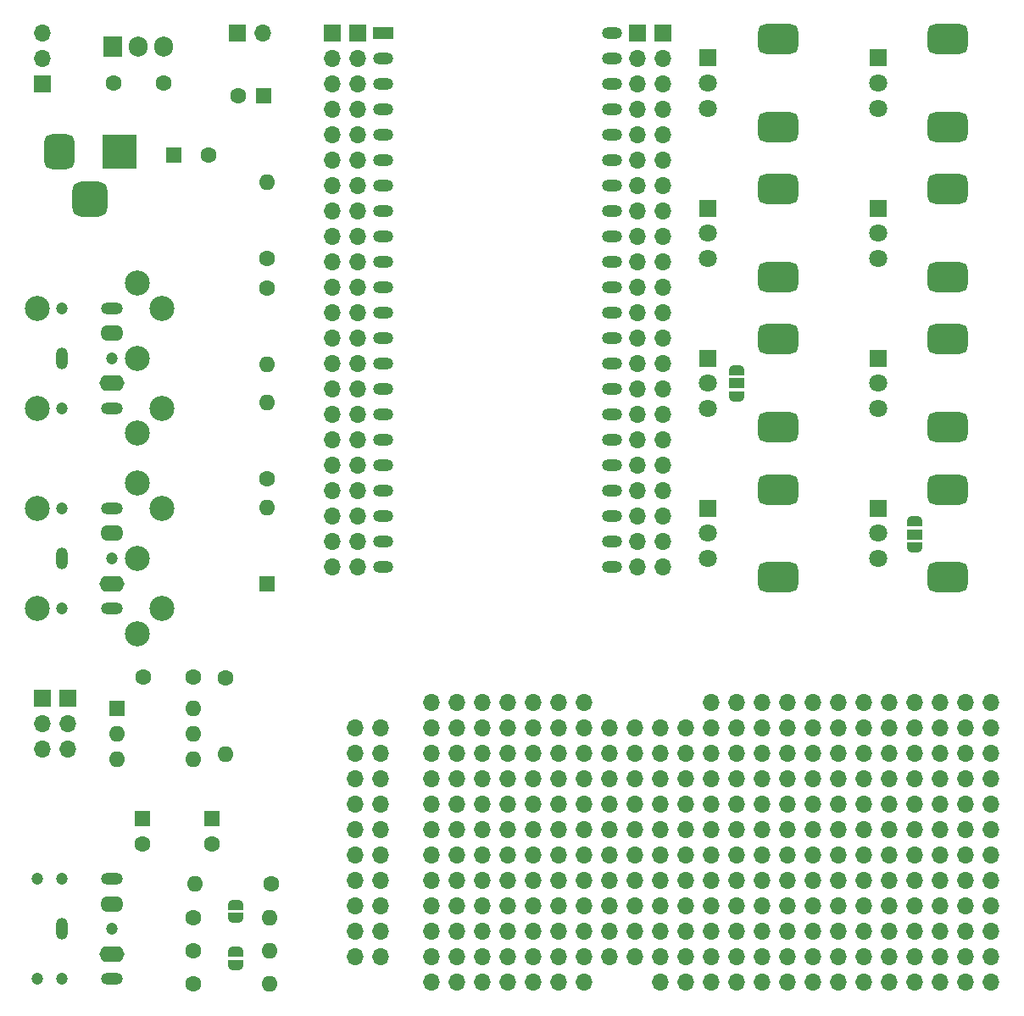
<source format=gbr>
%TF.GenerationSoftware,KiCad,Pcbnew,8.0.7*%
%TF.CreationDate,2025-05-14T18:58:00+01:00*%
%TF.ProjectId,ESP32-S3-Experimenter,45535033-322d-4533-932d-457870657269,rev?*%
%TF.SameCoordinates,Original*%
%TF.FileFunction,Soldermask,Bot*%
%TF.FilePolarity,Negative*%
%FSLAX46Y46*%
G04 Gerber Fmt 4.6, Leading zero omitted, Abs format (unit mm)*
G04 Created by KiCad (PCBNEW 8.0.7) date 2025-05-14 18:58:00*
%MOMM*%
%LPD*%
G01*
G04 APERTURE LIST*
G04 Aperture macros list*
%AMRoundRect*
0 Rectangle with rounded corners*
0 $1 Rounding radius*
0 $2 $3 $4 $5 $6 $7 $8 $9 X,Y pos of 4 corners*
0 Add a 4 corners polygon primitive as box body*
4,1,4,$2,$3,$4,$5,$6,$7,$8,$9,$2,$3,0*
0 Add four circle primitives for the rounded corners*
1,1,$1+$1,$2,$3*
1,1,$1+$1,$4,$5*
1,1,$1+$1,$6,$7*
1,1,$1+$1,$8,$9*
0 Add four rect primitives between the rounded corners*
20,1,$1+$1,$2,$3,$4,$5,0*
20,1,$1+$1,$4,$5,$6,$7,0*
20,1,$1+$1,$6,$7,$8,$9,0*
20,1,$1+$1,$8,$9,$2,$3,0*%
%AMFreePoly0*
4,1,19,0.550000,-0.750000,0.000000,-0.750000,0.000000,-0.744911,-0.071157,-0.744911,-0.207708,-0.704816,-0.327430,-0.627875,-0.420627,-0.520320,-0.479746,-0.390866,-0.500000,-0.250000,-0.500000,0.250000,-0.479746,0.390866,-0.420627,0.520320,-0.327430,0.627875,-0.207708,0.704816,-0.071157,0.744911,0.000000,0.744911,0.000000,0.750000,0.550000,0.750000,0.550000,-0.750000,0.550000,-0.750000,
$1*%
%AMFreePoly1*
4,1,19,0.000000,0.744911,0.071157,0.744911,0.207708,0.704816,0.327430,0.627875,0.420627,0.520320,0.479746,0.390866,0.500000,0.250000,0.500000,-0.250000,0.479746,-0.390866,0.420627,-0.520320,0.327430,-0.627875,0.207708,-0.704816,0.071157,-0.744911,0.000000,-0.744911,0.000000,-0.750000,-0.550000,-0.750000,-0.550000,0.750000,0.000000,0.750000,0.000000,0.744911,0.000000,0.744911,
$1*%
%AMFreePoly2*
4,1,19,0.500000,-0.750000,0.000000,-0.750000,0.000000,-0.744911,-0.071157,-0.744911,-0.207708,-0.704816,-0.327430,-0.627875,-0.420627,-0.520320,-0.479746,-0.390866,-0.500000,-0.250000,-0.500000,0.250000,-0.479746,0.390866,-0.420627,0.520320,-0.327430,0.627875,-0.207708,0.704816,-0.071157,0.744911,0.000000,0.744911,0.000000,0.750000,0.500000,0.750000,0.500000,-0.750000,0.500000,-0.750000,
$1*%
%AMFreePoly3*
4,1,19,0.000000,0.744911,0.071157,0.744911,0.207708,0.704816,0.327430,0.627875,0.420627,0.520320,0.479746,0.390866,0.500000,0.250000,0.500000,-0.250000,0.479746,-0.390866,0.420627,-0.520320,0.327430,-0.627875,0.207708,-0.704816,0.071157,-0.744911,0.000000,-0.744911,0.000000,-0.750000,-0.500000,-0.750000,-0.500000,0.750000,0.000000,0.750000,0.000000,0.744911,0.000000,0.744911,
$1*%
G04 Aperture macros list end*
%ADD10O,1.700000X1.700000*%
%ADD11R,1.700000X1.700000*%
%ADD12C,1.600000*%
%ADD13O,1.600000X1.600000*%
%ADD14R,2.000000X1.200000*%
%ADD15O,2.000000X1.200000*%
%ADD16R,1.600000X1.600000*%
%ADD17R,1.800000X1.800000*%
%ADD18C,1.800000*%
%ADD19RoundRect,0.750000X-1.250000X-0.750000X1.250000X-0.750000X1.250000X0.750000X-1.250000X0.750000X0*%
%ADD20C,2.499360*%
%ADD21C,1.200000*%
%ADD22O,1.200000X2.200000*%
%ADD23O,2.200000X1.200000*%
%ADD24O,2.300000X1.600000*%
%ADD25O,2.500000X1.600000*%
%ADD26R,1.905000X2.000000*%
%ADD27O,1.905000X2.000000*%
%ADD28R,3.500000X3.500000*%
%ADD29RoundRect,0.750000X-0.750000X-1.000000X0.750000X-1.000000X0.750000X1.000000X-0.750000X1.000000X0*%
%ADD30RoundRect,0.875000X-0.875000X-0.875000X0.875000X-0.875000X0.875000X0.875000X-0.875000X0.875000X0*%
%ADD31FreePoly0,270.000000*%
%ADD32R,1.500000X1.000000*%
%ADD33FreePoly1,270.000000*%
%ADD34FreePoly2,90.000000*%
%ADD35FreePoly3,90.000000*%
%ADD36FreePoly0,90.000000*%
%ADD37FreePoly1,90.000000*%
%ADD38FreePoly2,270.000000*%
%ADD39FreePoly3,270.000000*%
G04 APERTURE END LIST*
D10*
%TO.C,*%
X99060000Y-137160000D03*
%TD*%
%TO.C,*%
X134620000Y-134620000D03*
%TD*%
%TO.C,*%
X99060000Y-127000000D03*
%TD*%
%TO.C,*%
X139700000Y-121920000D03*
%TD*%
%TO.C,*%
X132080000Y-134620000D03*
%TD*%
%TO.C,*%
X137160000Y-147320000D03*
%TD*%
%TO.C,*%
X114300000Y-147320000D03*
%TD*%
%TO.C,*%
X104140000Y-144780000D03*
%TD*%
%TO.C,*%
X134620000Y-144780000D03*
%TD*%
%TO.C,*%
X93980000Y-139700000D03*
%TD*%
%TO.C,*%
X96520000Y-124460000D03*
%TD*%
%TO.C,*%
X127000000Y-144780000D03*
%TD*%
%TO.C,*%
X144780000Y-147320000D03*
%TD*%
%TO.C,*%
X132080000Y-129540000D03*
%TD*%
%TO.C,*%
X104140000Y-142240000D03*
%TD*%
D11*
%TO.C,J12*%
X84000000Y-52540000D03*
D10*
X84000000Y-55080000D03*
X84000000Y-57620000D03*
X84000000Y-60160000D03*
X84000000Y-62700000D03*
X84000000Y-65240000D03*
X84000000Y-67780000D03*
X84000000Y-70320000D03*
X84000000Y-72860000D03*
X84000000Y-75400000D03*
X84000000Y-77940000D03*
X84000000Y-80480000D03*
X84000000Y-83020000D03*
X84000000Y-85560000D03*
X84000000Y-88100000D03*
X84000000Y-90640000D03*
X84000000Y-93180000D03*
X84000000Y-95720000D03*
X84000000Y-98260000D03*
X84000000Y-100800000D03*
X84000000Y-103340000D03*
X84000000Y-105880000D03*
%TD*%
%TO.C,*%
X116840000Y-127000000D03*
%TD*%
%TO.C,*%
X121920000Y-144780000D03*
%TD*%
%TO.C,*%
X96520000Y-134620000D03*
%TD*%
D11*
%TO.C,J8*%
X52540000Y-119000000D03*
D10*
X52540000Y-121540000D03*
X52540000Y-124080000D03*
%TD*%
%TO.C,*%
X104140000Y-124460000D03*
%TD*%
%TO.C,*%
X114300000Y-142240000D03*
%TD*%
%TO.C,*%
X101600000Y-124460000D03*
%TD*%
D12*
%TO.C,R6*%
X75375000Y-137475000D03*
D13*
X67755000Y-137475000D03*
%TD*%
D12*
%TO.C,C8*%
X64675000Y-57475000D03*
X59675000Y-57475000D03*
%TD*%
D11*
%TO.C,SW2*%
X52540000Y-57620000D03*
D10*
X52540000Y-55080000D03*
X52540000Y-52540000D03*
%TD*%
%TO.C,*%
X144780000Y-121920000D03*
%TD*%
%TO.C,*%
X106680000Y-142240000D03*
%TD*%
%TO.C,*%
X142240000Y-132080000D03*
%TD*%
%TO.C,*%
X101600000Y-144780000D03*
%TD*%
D12*
%TO.C,R4*%
X75000000Y-75000000D03*
D13*
X75000000Y-67380000D03*
%TD*%
D10*
%TO.C,*%
X137160000Y-132080000D03*
%TD*%
D11*
%TO.C,J7*%
X55080000Y-119000000D03*
D10*
X55080000Y-121540000D03*
X55080000Y-124080000D03*
%TD*%
%TO.C,*%
X139700000Y-137160000D03*
%TD*%
D14*
%TO.C,U1*%
X86540000Y-52540000D03*
D15*
X86540000Y-55080000D03*
X86540000Y-57620000D03*
X86540000Y-60160000D03*
X86540000Y-62700000D03*
X86540000Y-65240000D03*
X86540000Y-67780000D03*
X86540000Y-70320000D03*
X86540000Y-72860000D03*
X86540000Y-75400000D03*
X86540000Y-77940000D03*
X86540000Y-80480000D03*
X86540000Y-83020000D03*
X86540000Y-85560000D03*
X86540000Y-88100000D03*
X86540000Y-90640000D03*
X86540000Y-93180000D03*
X86540000Y-95720000D03*
X86540000Y-98260000D03*
X86536320Y-100797280D03*
X86536320Y-103337280D03*
X86536320Y-105877280D03*
X109400000Y-105880000D03*
X109400000Y-103340000D03*
X109400000Y-100800000D03*
X109400000Y-98260000D03*
X109400000Y-95720000D03*
X109400000Y-93180000D03*
X109400000Y-90640000D03*
X109400000Y-88100000D03*
X109400000Y-85560000D03*
X109400000Y-83020000D03*
X109400000Y-80480000D03*
X109400000Y-77940000D03*
X109400000Y-75400000D03*
X109400000Y-72860000D03*
X109400000Y-70320000D03*
X109400000Y-67780000D03*
X109400000Y-65240000D03*
X109400000Y-62700000D03*
X109400000Y-60160000D03*
X109400000Y-57620000D03*
X109400000Y-55080000D03*
X109400000Y-52540000D03*
%TD*%
D10*
%TO.C,*%
X124460000Y-144780000D03*
%TD*%
%TO.C,*%
X121920000Y-137160000D03*
%TD*%
%TO.C,*%
X106680000Y-132080000D03*
%TD*%
D16*
%TO.C,U2*%
X60000000Y-120000000D03*
D13*
X60000000Y-122540000D03*
X60000000Y-125080000D03*
X67620000Y-125080000D03*
X67620000Y-122540000D03*
X67620000Y-120000000D03*
%TD*%
D10*
%TO.C,*%
X101600000Y-142240000D03*
%TD*%
%TO.C,*%
X106680000Y-127000000D03*
%TD*%
%TO.C,*%
X124460000Y-129540000D03*
%TD*%
D17*
%TO.C,RV3*%
X119000000Y-85000000D03*
D18*
X119000000Y-87500000D03*
X119000000Y-90000000D03*
D19*
X126000000Y-83100000D03*
X126000000Y-91900000D03*
%TD*%
D10*
%TO.C,*%
X101600000Y-134620000D03*
%TD*%
%TO.C,*%
X127000000Y-139700000D03*
%TD*%
%TO.C,*%
X109220000Y-139700000D03*
%TD*%
D11*
%TO.C,J13*%
X81460000Y-52540000D03*
D10*
X81460000Y-55080000D03*
X81460000Y-57620000D03*
X81460000Y-60160000D03*
X81460000Y-62700000D03*
X81460000Y-65240000D03*
X81460000Y-67780000D03*
X81460000Y-70320000D03*
X81460000Y-72860000D03*
X81460000Y-75400000D03*
X81460000Y-77940000D03*
X81460000Y-80480000D03*
X81460000Y-83020000D03*
X81460000Y-85560000D03*
X81460000Y-88100000D03*
X81460000Y-90640000D03*
X81460000Y-93180000D03*
X81460000Y-95720000D03*
X81460000Y-98260000D03*
X81460000Y-100800000D03*
X81460000Y-103340000D03*
X81460000Y-105880000D03*
%TD*%
%TO.C,*%
X114300000Y-127000000D03*
%TD*%
%TO.C,*%
X127000000Y-127000000D03*
%TD*%
%TO.C,*%
X104140000Y-129540000D03*
%TD*%
%TO.C,*%
X124460000Y-121920000D03*
%TD*%
%TO.C,*%
X132080000Y-121920000D03*
%TD*%
%TO.C,*%
X99060000Y-132080000D03*
%TD*%
%TO.C,*%
X104140000Y-121920000D03*
%TD*%
%TO.C,*%
X93980000Y-124460000D03*
%TD*%
D20*
%TO.C,J3*%
X51992300Y-99998740D03*
D21*
X54500000Y-100000000D03*
X59500000Y-105000000D03*
X54500000Y-110000000D03*
D20*
X51992300Y-110001260D03*
X61987200Y-112498080D03*
X61989740Y-105000000D03*
D22*
X54500000Y-105000000D03*
D20*
X61987200Y-97501920D03*
D23*
X59500000Y-100000000D03*
D20*
X64489100Y-109996180D03*
X64489100Y-100003820D03*
D23*
X59500000Y-110000000D03*
D24*
X59500000Y-102500000D03*
D25*
X59500000Y-107500000D03*
%TD*%
D10*
%TO.C,*%
X93980000Y-142240000D03*
%TD*%
%TO.C,*%
X93980000Y-134620000D03*
%TD*%
%TO.C,*%
X99060000Y-139700000D03*
%TD*%
%TO.C,*%
X121920000Y-127000000D03*
%TD*%
D12*
%TO.C,R8*%
X70825000Y-116900000D03*
D13*
X70825000Y-124520000D03*
%TD*%
D10*
%TO.C,*%
X147320000Y-132080000D03*
%TD*%
%TO.C,*%
X124460000Y-124460000D03*
%TD*%
%TO.C,*%
X137160000Y-134620000D03*
%TD*%
D12*
%TO.C,R1*%
X75000000Y-97000000D03*
D13*
X75000000Y-89380000D03*
%TD*%
D10*
%TO.C,*%
X142240000Y-144780000D03*
%TD*%
D16*
%TO.C,C7*%
X74600000Y-58800000D03*
D12*
X72100000Y-58800000D03*
%TD*%
D10*
%TO.C,*%
X137160000Y-127000000D03*
%TD*%
%TO.C,*%
X119380000Y-134620000D03*
%TD*%
%TO.C,*%
X144780000Y-124460000D03*
%TD*%
%TO.C,*%
X134620000Y-121920000D03*
%TD*%
%TO.C,*%
X101600000Y-129540000D03*
%TD*%
%TO.C,*%
X144780000Y-132080000D03*
%TD*%
%TO.C,*%
X101600000Y-127000000D03*
%TD*%
%TO.C,*%
X129540000Y-137160000D03*
%TD*%
%TO.C,*%
X111760000Y-139700000D03*
%TD*%
%TO.C,*%
X93980000Y-137160000D03*
%TD*%
%TO.C,*%
X129540000Y-124460000D03*
%TD*%
%TO.C,*%
X116840000Y-137160000D03*
%TD*%
%TO.C,*%
X93980000Y-121920000D03*
%TD*%
%TO.C,*%
X114300000Y-132080000D03*
%TD*%
%TO.C,*%
X144780000Y-139700000D03*
%TD*%
%TO.C,*%
X93980000Y-144780000D03*
%TD*%
%TO.C,*%
X121920000Y-124460000D03*
%TD*%
%TO.C,*%
X93980000Y-127000000D03*
%TD*%
D16*
%TO.C,C2*%
X69500000Y-131000000D03*
D12*
X69500000Y-133500000D03*
%TD*%
D10*
%TO.C,*%
X111760000Y-142240000D03*
%TD*%
%TO.C,*%
X91440000Y-137160000D03*
%TD*%
%TO.C,*%
X147320000Y-124460000D03*
%TD*%
%TO.C,*%
X137160000Y-121920000D03*
%TD*%
%TO.C,*%
X96520000Y-121920000D03*
%TD*%
%TO.C,*%
X139700000Y-129540000D03*
%TD*%
%TO.C,*%
X106680000Y-137160000D03*
%TD*%
%TO.C,*%
X132080000Y-137160000D03*
%TD*%
%TO.C,*%
X139700000Y-147320000D03*
%TD*%
%TO.C,*%
X121920000Y-139700000D03*
%TD*%
%TO.C,*%
X119380000Y-121920000D03*
%TD*%
D12*
%TO.C,C5*%
X67625000Y-116875000D03*
X62625000Y-116875000D03*
%TD*%
D10*
%TO.C,*%
X104140000Y-127000000D03*
%TD*%
%TO.C,*%
X114300000Y-139700000D03*
%TD*%
D11*
%TO.C,J15*%
X114480000Y-52540000D03*
D10*
X114480000Y-55080000D03*
X114480000Y-57620000D03*
X114480000Y-60160000D03*
X114480000Y-62700000D03*
X114480000Y-65240000D03*
X114480000Y-67780000D03*
X114480000Y-70320000D03*
X114480000Y-72860000D03*
X114480000Y-75400000D03*
X114480000Y-77940000D03*
X114480000Y-80480000D03*
X114480000Y-83020000D03*
X114480000Y-85560000D03*
X114480000Y-88100000D03*
X114480000Y-90640000D03*
X114480000Y-93180000D03*
X114480000Y-95720000D03*
X114480000Y-98260000D03*
X114480000Y-100800000D03*
X114480000Y-103340000D03*
X114480000Y-105880000D03*
%TD*%
D16*
%TO.C,C3*%
X62500000Y-131000000D03*
D12*
X62500000Y-133500000D03*
%TD*%
D10*
%TO.C,*%
X121920000Y-129540000D03*
%TD*%
%TO.C,*%
X109220000Y-121920000D03*
%TD*%
%TO.C,*%
X147320000Y-129540000D03*
%TD*%
%TO.C,*%
X116840000Y-132080000D03*
%TD*%
D17*
%TO.C,RV8*%
X136000000Y-100000000D03*
D18*
X136000000Y-102500000D03*
X136000000Y-105000000D03*
D19*
X143000000Y-98100000D03*
X143000000Y-106900000D03*
%TD*%
D10*
%TO.C,*%
X147320000Y-134620000D03*
%TD*%
%TO.C,*%
X137160000Y-139700000D03*
%TD*%
%TO.C,*%
X139700000Y-139700000D03*
%TD*%
%TO.C,*%
X144780000Y-142240000D03*
%TD*%
%TO.C,*%
X134620000Y-139700000D03*
%TD*%
D12*
%TO.C,R7*%
X67600000Y-147500000D03*
D13*
X75220000Y-147500000D03*
%TD*%
D10*
%TO.C,*%
X106680000Y-124460000D03*
%TD*%
%TO.C,J16*%
X83820000Y-144780000D03*
X83820000Y-142240000D03*
X83820000Y-139700000D03*
X83820000Y-137160000D03*
X83820000Y-134620000D03*
X83820000Y-132080000D03*
X83820000Y-129540000D03*
X83820000Y-127000000D03*
X83820000Y-124460000D03*
X83820000Y-121920000D03*
%TD*%
D17*
%TO.C,RV5*%
X136000000Y-55000000D03*
D18*
X136000000Y-57500000D03*
X136000000Y-60000000D03*
D19*
X143000000Y-53100000D03*
X143000000Y-61900000D03*
%TD*%
D10*
%TO.C,*%
X119380000Y-142240000D03*
%TD*%
D11*
%TO.C,J2*%
X72000000Y-52540000D03*
D10*
X74540000Y-52540000D03*
%TD*%
%TO.C,*%
X147320000Y-142240000D03*
%TD*%
%TO.C,*%
X99060000Y-129540000D03*
%TD*%
D17*
%TO.C,RV4*%
X119000000Y-100000000D03*
D18*
X119000000Y-102500000D03*
X119000000Y-105000000D03*
D19*
X126000000Y-98100000D03*
X126000000Y-106900000D03*
%TD*%
D10*
%TO.C,*%
X147320000Y-139700000D03*
%TD*%
%TO.C,*%
X139700000Y-132080000D03*
%TD*%
%TO.C,*%
X137160000Y-144780000D03*
%TD*%
D12*
%TO.C,R5*%
X75000000Y-78000000D03*
D13*
X75000000Y-85620000D03*
%TD*%
D12*
%TO.C,R2*%
X67625000Y-140875000D03*
D13*
X75245000Y-140875000D03*
%TD*%
D10*
%TO.C,*%
X106680000Y-134620000D03*
%TD*%
%TO.C,*%
X99060000Y-121920000D03*
%TD*%
%TO.C,*%
X134620000Y-127000000D03*
%TD*%
%TO.C,*%
X147320000Y-121920000D03*
%TD*%
%TO.C,*%
X147320000Y-127000000D03*
%TD*%
%TO.C,*%
X124460000Y-147320000D03*
%TD*%
%TO.C,*%
X121920000Y-142240000D03*
%TD*%
%TO.C,*%
X142240000Y-137160000D03*
%TD*%
%TO.C,*%
X124460000Y-134620000D03*
%TD*%
%TO.C,*%
X91440000Y-142240000D03*
%TD*%
%TO.C,*%
X132080000Y-147320000D03*
%TD*%
%TO.C,*%
X139700000Y-142240000D03*
%TD*%
%TO.C,*%
X132080000Y-142240000D03*
%TD*%
%TO.C,*%
X116840000Y-121920000D03*
%TD*%
%TO.C,*%
X119380000Y-137160000D03*
%TD*%
%TO.C,*%
X101600000Y-121920000D03*
%TD*%
%TO.C,*%
X129540000Y-142240000D03*
%TD*%
%TO.C,*%
X109220000Y-127000000D03*
%TD*%
%TO.C,*%
X129540000Y-129540000D03*
%TD*%
%TO.C,*%
X134620000Y-124460000D03*
%TD*%
D16*
%TO.C,C6*%
X65650000Y-64690000D03*
D12*
X69150000Y-64690000D03*
%TD*%
D10*
%TO.C,*%
X106680000Y-121920000D03*
%TD*%
%TO.C,*%
X91440000Y-121920000D03*
%TD*%
%TO.C,*%
X96520000Y-129540000D03*
%TD*%
%TO.C,*%
X137160000Y-124460000D03*
%TD*%
%TO.C,*%
X144780000Y-137160000D03*
%TD*%
%TO.C,*%
X101600000Y-137160000D03*
%TD*%
%TO.C,*%
X139700000Y-144780000D03*
%TD*%
%TO.C,*%
X101600000Y-132080000D03*
%TD*%
%TO.C,*%
X132080000Y-139700000D03*
%TD*%
%TO.C,*%
X121920000Y-147320000D03*
%TD*%
%TO.C,*%
X142240000Y-129540000D03*
%TD*%
%TO.C,*%
X114300000Y-129540000D03*
%TD*%
%TO.C,*%
X109220000Y-129540000D03*
%TD*%
%TO.C,*%
X99060000Y-144780000D03*
%TD*%
%TO.C,*%
X116840000Y-147320000D03*
%TD*%
%TO.C,*%
X121920000Y-121920000D03*
%TD*%
%TO.C,*%
X91440000Y-124460000D03*
%TD*%
%TO.C,*%
X132080000Y-132080000D03*
%TD*%
%TO.C,*%
X127000000Y-134620000D03*
%TD*%
D20*
%TO.C,J4*%
X51992300Y-79998740D03*
D21*
X54500000Y-80000000D03*
X59500000Y-85000000D03*
X54500000Y-90000000D03*
D20*
X51992300Y-90001260D03*
X61987200Y-92498080D03*
X61989740Y-85000000D03*
D22*
X54500000Y-85000000D03*
D20*
X61987200Y-77501920D03*
D23*
X59500000Y-80000000D03*
D20*
X64489100Y-89996180D03*
X64489100Y-80003820D03*
D23*
X59500000Y-90000000D03*
D24*
X59500000Y-82500000D03*
D25*
X59500000Y-87500000D03*
%TD*%
D10*
%TO.C,*%
X137160000Y-129540000D03*
%TD*%
%TO.C,*%
X124460000Y-127000000D03*
%TD*%
%TO.C,*%
X111760000Y-132080000D03*
%TD*%
%TO.C,*%
X144780000Y-134620000D03*
%TD*%
%TO.C,*%
X109220000Y-134620000D03*
%TD*%
%TO.C,*%
X142240000Y-124460000D03*
%TD*%
%TO.C,*%
X99060000Y-134620000D03*
%TD*%
%TO.C,*%
X124460000Y-137160000D03*
%TD*%
D12*
%TO.C,R3*%
X67600000Y-144175000D03*
D13*
X75220000Y-144175000D03*
%TD*%
D10*
%TO.C,*%
X127000000Y-129540000D03*
%TD*%
%TO.C,*%
X106680000Y-129540000D03*
%TD*%
%TO.C,*%
X139700000Y-134620000D03*
%TD*%
%TO.C,*%
X132080000Y-127000000D03*
%TD*%
%TO.C,*%
X99060000Y-142240000D03*
%TD*%
%TO.C,*%
X129540000Y-121920000D03*
%TD*%
%TO.C,*%
X121920000Y-134620000D03*
%TD*%
%TO.C,*%
X142240000Y-142240000D03*
%TD*%
%TO.C,*%
X124460000Y-132080000D03*
%TD*%
%TO.C,*%
X111760000Y-134620000D03*
%TD*%
%TO.C,*%
X96520000Y-137160000D03*
%TD*%
%TO.C,*%
X127000000Y-142240000D03*
%TD*%
%TO.C,*%
X121920000Y-132080000D03*
%TD*%
%TO.C,*%
X127000000Y-132080000D03*
%TD*%
%TO.C,*%
X111760000Y-129540000D03*
%TD*%
%TO.C,*%
X116840000Y-124460000D03*
%TD*%
%TO.C,*%
X124460000Y-142240000D03*
%TD*%
%TO.C,J10*%
X91440000Y-119380000D03*
X93980000Y-119380000D03*
X96520000Y-119380000D03*
X99060000Y-119380000D03*
X101600000Y-119380000D03*
X104140000Y-119380000D03*
X106680000Y-119380000D03*
%TD*%
%TO.C,*%
X119380000Y-144780000D03*
%TD*%
%TO.C,*%
X129540000Y-134620000D03*
%TD*%
%TO.C,*%
X144780000Y-144780000D03*
%TD*%
%TO.C,*%
X96520000Y-142240000D03*
%TD*%
%TO.C,*%
X139700000Y-124460000D03*
%TD*%
%TO.C,*%
X91440000Y-144780000D03*
%TD*%
%TO.C,*%
X109220000Y-144780000D03*
%TD*%
%TO.C,*%
X116840000Y-129540000D03*
%TD*%
%TO.C,*%
X114300000Y-137160000D03*
%TD*%
%TO.C,*%
X114300000Y-134620000D03*
%TD*%
D11*
%TO.C,J5*%
X111940000Y-52540000D03*
D10*
X111940000Y-55080000D03*
X111940000Y-57620000D03*
X111940000Y-60160000D03*
X111940000Y-62700000D03*
X111940000Y-65240000D03*
X111940000Y-67780000D03*
X111940000Y-70320000D03*
X111940000Y-72860000D03*
X111940000Y-75400000D03*
X111940000Y-77940000D03*
X111940000Y-80480000D03*
X111940000Y-83020000D03*
X111940000Y-85560000D03*
X111940000Y-88100000D03*
X111940000Y-90640000D03*
X111940000Y-93180000D03*
X111940000Y-95720000D03*
X111940000Y-98260000D03*
X111940000Y-100800000D03*
X111940000Y-103340000D03*
X111940000Y-105880000D03*
%TD*%
%TO.C,*%
X91440000Y-132080000D03*
%TD*%
%TO.C,*%
X91440000Y-139700000D03*
%TD*%
%TO.C,*%
X99060000Y-124460000D03*
%TD*%
D17*
%TO.C,RV6*%
X136000000Y-70000000D03*
D18*
X136000000Y-72500000D03*
X136000000Y-75000000D03*
D19*
X143000000Y-68100000D03*
X143000000Y-76900000D03*
%TD*%
D10*
%TO.C,*%
X129540000Y-139700000D03*
%TD*%
%TO.C,*%
X114300000Y-124460000D03*
%TD*%
%TO.C,*%
X119380000Y-132080000D03*
%TD*%
%TO.C,*%
X139700000Y-127000000D03*
%TD*%
%TO.C,*%
X147320000Y-137160000D03*
%TD*%
%TO.C,*%
X111760000Y-124460000D03*
%TD*%
%TO.C,*%
X111760000Y-121920000D03*
%TD*%
%TO.C,*%
X106680000Y-144780000D03*
%TD*%
%TO.C,*%
X129540000Y-132080000D03*
%TD*%
%TO.C,*%
X104140000Y-134620000D03*
%TD*%
%TO.C,*%
X134620000Y-129540000D03*
%TD*%
%TO.C,*%
X93980000Y-132080000D03*
%TD*%
D26*
%TO.C,U3*%
X59580000Y-53885000D03*
D27*
X62120000Y-53885000D03*
X64660000Y-53885000D03*
%TD*%
D10*
%TO.C,J11*%
X91440000Y-147320000D03*
X93980000Y-147320000D03*
X96520000Y-147320000D03*
X99060000Y-147320000D03*
X101600000Y-147320000D03*
X104140000Y-147320000D03*
X106680000Y-147320000D03*
%TD*%
%TO.C,*%
X116840000Y-134620000D03*
%TD*%
D28*
%TO.C,J1*%
X60250000Y-64360000D03*
D29*
X54250000Y-64360000D03*
D30*
X57250000Y-69060000D03*
%TD*%
D10*
%TO.C,*%
X109220000Y-132080000D03*
%TD*%
%TO.C,*%
X137160000Y-142240000D03*
%TD*%
%TO.C,*%
X147320000Y-144780000D03*
%TD*%
%TO.C,J17*%
X86360000Y-144780000D03*
X86360000Y-142240000D03*
X86360000Y-139700000D03*
X86360000Y-137160000D03*
X86360000Y-134620000D03*
X86360000Y-132080000D03*
X86360000Y-129540000D03*
X86360000Y-127000000D03*
X86360000Y-124460000D03*
X86360000Y-121920000D03*
%TD*%
%TO.C,*%
X132080000Y-144780000D03*
%TD*%
%TO.C,*%
X104140000Y-139700000D03*
%TD*%
%TO.C,*%
X127000000Y-147320000D03*
%TD*%
%TO.C,*%
X119380000Y-129540000D03*
%TD*%
%TO.C,*%
X127000000Y-137160000D03*
%TD*%
%TO.C,*%
X109220000Y-124460000D03*
%TD*%
%TO.C,*%
X109220000Y-137160000D03*
%TD*%
%TO.C,*%
X93980000Y-129540000D03*
%TD*%
%TO.C,*%
X111760000Y-144780000D03*
%TD*%
%TO.C,*%
X96520000Y-144780000D03*
%TD*%
%TO.C,*%
X142240000Y-147320000D03*
%TD*%
%TO.C,*%
X96520000Y-139700000D03*
%TD*%
D17*
%TO.C,RV7*%
X136000000Y-85000000D03*
D18*
X136000000Y-87500000D03*
X136000000Y-90000000D03*
D19*
X143000000Y-83100000D03*
X143000000Y-91900000D03*
%TD*%
D10*
%TO.C,*%
X96520000Y-127000000D03*
%TD*%
D16*
%TO.C,D1*%
X75000000Y-107500000D03*
D13*
X75000000Y-99880000D03*
%TD*%
D10*
%TO.C,*%
X134620000Y-147320000D03*
%TD*%
%TO.C,*%
X109220000Y-142240000D03*
%TD*%
%TO.C,*%
X129540000Y-127000000D03*
%TD*%
D21*
%TO.C,J6*%
X54500000Y-137000000D03*
X52000000Y-137000000D03*
X59500000Y-142000000D03*
X54500000Y-147000000D03*
X52000000Y-147000000D03*
D23*
X59500000Y-137000000D03*
D24*
X59500000Y-139500000D03*
D22*
X54500000Y-142000000D03*
D23*
X59500000Y-147000000D03*
D25*
X59500000Y-144500000D03*
%TD*%
D10*
%TO.C,*%
X119380000Y-127000000D03*
%TD*%
%TO.C,*%
X127000000Y-124460000D03*
%TD*%
%TO.C,*%
X132080000Y-124460000D03*
%TD*%
D17*
%TO.C,RV2*%
X119000000Y-70000000D03*
D18*
X119000000Y-72500000D03*
X119000000Y-75000000D03*
D19*
X126000000Y-68100000D03*
X126000000Y-76900000D03*
%TD*%
D10*
%TO.C,*%
X91440000Y-127000000D03*
%TD*%
%TO.C,*%
X129540000Y-144780000D03*
%TD*%
%TO.C,*%
X134620000Y-142240000D03*
%TD*%
%TO.C,*%
X142240000Y-121920000D03*
%TD*%
%TO.C,*%
X104140000Y-132080000D03*
%TD*%
%TO.C,*%
X144780000Y-129540000D03*
%TD*%
%TO.C,*%
X114300000Y-144780000D03*
%TD*%
%TO.C,*%
X142240000Y-134620000D03*
%TD*%
%TO.C,*%
X119380000Y-147320000D03*
%TD*%
%TO.C,J14*%
X119380000Y-119380000D03*
X121920000Y-119380000D03*
X124460000Y-119380000D03*
X127000000Y-119380000D03*
X129540000Y-119380000D03*
X132080000Y-119380000D03*
X134620000Y-119380000D03*
X137160000Y-119380000D03*
X139700000Y-119380000D03*
X142240000Y-119380000D03*
X144780000Y-119380000D03*
X147320000Y-119380000D03*
%TD*%
%TO.C,*%
X142240000Y-139700000D03*
%TD*%
%TO.C,*%
X147320000Y-147320000D03*
%TD*%
%TO.C,*%
X134620000Y-137160000D03*
%TD*%
%TO.C,*%
X111760000Y-137160000D03*
%TD*%
%TO.C,*%
X91440000Y-129540000D03*
%TD*%
%TO.C,*%
X101600000Y-139700000D03*
%TD*%
%TO.C,*%
X114300000Y-121920000D03*
%TD*%
%TO.C,*%
X96520000Y-132080000D03*
%TD*%
D17*
%TO.C,RV1*%
X119000000Y-55000000D03*
D18*
X119000000Y-57500000D03*
X119000000Y-60000000D03*
D19*
X126000000Y-53100000D03*
X126000000Y-61900000D03*
%TD*%
D10*
%TO.C,*%
X119380000Y-139700000D03*
%TD*%
%TO.C,*%
X104140000Y-137160000D03*
%TD*%
%TO.C,*%
X111760000Y-127000000D03*
%TD*%
%TO.C,*%
X116840000Y-144780000D03*
%TD*%
%TO.C,*%
X106680000Y-139700000D03*
%TD*%
%TO.C,*%
X119380000Y-124460000D03*
%TD*%
%TO.C,*%
X137160000Y-137160000D03*
%TD*%
%TO.C,*%
X124460000Y-139700000D03*
%TD*%
%TO.C,*%
X116840000Y-139700000D03*
%TD*%
%TO.C,*%
X142240000Y-127000000D03*
%TD*%
%TO.C,*%
X116840000Y-142240000D03*
%TD*%
%TO.C,*%
X134620000Y-132080000D03*
%TD*%
%TO.C,*%
X91440000Y-134620000D03*
%TD*%
%TO.C,*%
X127000000Y-121920000D03*
%TD*%
%TO.C,*%
X144780000Y-127000000D03*
%TD*%
%TO.C,*%
X129540000Y-147320000D03*
%TD*%
D31*
%TO.C,JP1*%
X121900000Y-86200000D03*
D32*
X121900000Y-87500000D03*
D33*
X121900000Y-88800000D03*
%TD*%
D34*
%TO.C,JP2*%
X71850000Y-140925000D03*
D35*
X71850000Y-139625000D03*
%TD*%
D36*
%TO.C,JP4*%
X139700000Y-103900000D03*
D32*
X139700000Y-102600000D03*
D37*
X139700000Y-101300000D03*
%TD*%
D38*
%TO.C,JP3*%
X71850000Y-144300000D03*
D39*
X71850000Y-145600000D03*
%TD*%
M02*

</source>
